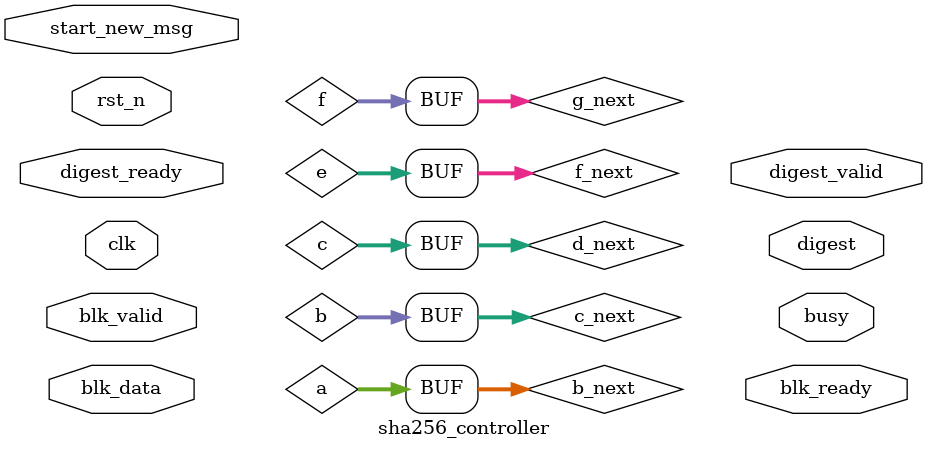
<source format=v>
`default_nettype none
`include "sha256_funcs.v"


module sha256_controller(
  input  wire         clk,
  input  wire         rst_n,

  // Block input (pre-padded 512b)
  input  wire         blk_valid,
  output wire         blk_ready,
  input  wire [511:0] blk_data,
  input  wire         start_new_msg,  // reinit H to IV at message start

  // Digest output (asserted after last block processed)
  output reg          digest_valid,
  input  wire         digest_ready,
  output reg  [255:0] digest,

  // Status
  output reg          busy
);

    // Hash Setup
    localparam H0_0 = 32'h6a09e667;
    localparam H1_0 = 32'hbb67ae85;
    localparam H2_0 = 32'h3c6ef372;
    localparam H3_0 = 32'ha54ff53a;
    localparam H4_0 = 32'h510e527f;
    localparam H5_0 = 32'h9b05688c;
    localparam H6_0 = 32'h1f83d9ab;
    localparam H7_0 = 32'h5be0cd19;
    reg [31:0] H [7:0];
    wire [31:0] H_next [7:0];

    reg[31:0] a, b, c, d, e, f, g, h;
    wire[31:0] a_next, b_next, c_next, d_next, e_next, f_next, g_next, h_next;

    initial begin
      H[0] = H0_0;  H[1] = H1_0;   H[2] = H2_0;   H[3] = H3_0;
      H[4] = H4_0;  H[5] = H5_0;   H[6] = H6_0;   H[7] = H7_0;

      a = H0_0;  b = H1_0;   c = H2_0;   d = H3_0;
      e = H4_0;  f = H5_0;   g = H6_0;   h = H7_0;
    end


    // Reg Setup:
    
    wire [31:0] T1, T2;
    reg [7:0] t;


    // WORD SETUP ----------------------------------------
    reg [2047:0] W;
    wire [31:0] 
      W_t, 
      W_t_next,
      W_t_minus_2, 
      W_t_minus_7, 
      W_t_minus_15, 
      W_t_minus_16;

    // Function Setup
    wire [31:0]sigma1_t_minus_2;
    sha256_funcs sigma1(
      .x (32'h0),
      .y (W_t_minus_2),
      .z (32'h0),
      .Ch (),
      .Maj (),
      .Sigma0 (),
      .Sigma1 (),
      .sigma0 (),
      .sigma1 (sigma1_t_minus_2)
    );
    
    wire [31:0]sigma0_t_minus_15;
    sha256_funcs sigma0(
      .x (W_t_minus_15),
      .y (32'h0),
      .z (32'h0),
      .Ch (),
      .Maj (),
      .Sigma0 (),
      .Sigma1 (),
      .sigma0 (sigma0_t_minus_15),
      .sigma1 ()
    );

    wire [31:0]Sigma1_e;
    sha256_funcs Sigma1(
      .x (e),
      .y (32'h0),
      .z (32'h0),
      .Ch (),
      .Maj (),
      .Sigma0 (),
      .Sigma1 (Sigma1_e),
      .sigma0 (),
      .sigma1 ()
    );

    wire [31:0]Sigma0_a;
    sha256_funcs Sigma0(
      .x (a),
      .y (32'h0),
      .z (32'h0),
      .Ch (),
      .Maj (),
      .Sigma0 (Sigma0_a),
      .Sigma1 (),
      .sigma0 (),
      .sigma1 ()
    );

    wire [31:0]Ch_e_f_g;
    sha256_funcs Ch(
      .x (e),
      .y (f),
      .z (g),
      .Ch (Ch_e_f_g),
      .Maj (),
      .Sigma0 (),
      .Sigma1 (),
      .sigma0 (),
      .sigma1 ()
    );

    wire [31:0]Maj_a_b_c;
    sha256_funcs Maj(
      .x (a),
      .y (b),
      .z (c),
      .Ch (),
      .Maj (Maj_a_b_c),
      .Sigma0 (),
      .Sigma1 (),
      .sigma0 (),
      .sigma1 ()
    );
    // ----------------------------------------------------


    /* =================================================================
       =============================== FSM ============================= 
       ================================================================= */ 

    // next state logic
    assign W_t_next = sigma1_t_minus_2 + W_t_minus_7 + sigma0_t_minus_15 + W_t_minus_16;

    wire [31:0] k_t;  // how do i calculate k?
    assign T1 = h + Sigma1_e + Ch_e_f_g + k_t + W[(32*t) +: 32];
    assign T2 = Sigma0_a + Maj_a_b_c;
    assign h_next = g;
    assign g_next = f;
    assign f_next = e;
    assign e_next = d + T1;
    assign d_next = c;
    assign c_next = b;
    assign b_next = a;
    assign a_next = T1 + T2;

    assign H_next[0] = a + H[0];
    assign H_next[1] = b + H[1];
    assign H_next[2] = c + H[2];
    assign H_next[3] = d + H[3];
    assign H_next[4] = e + H[4];
    assign H_next[5] = f + H[5];
    assign H_next[6] = g + H[6];
    assign H_next[7] = h + H[7];
    


    // state update
    always@(posedge clk, negedge rst_n) begin
      if (!rst_n) begin
        t <= 8'd0;
        // reset  conditions
      end else  begin


        // Word Assigning -------------
        if (t < 8'd16) begin
          W[(t*32) +: 32] <= blk_data[(t*32) +: 32];
        end else  begin
          W[(t*32) +: 32] <= W_t_next;
        end

        // Letter Updates -------------
        a <= a_next;
        b <= b_next;
        c <= c_next;
        d <= d_next;
        e <= e_next;
        f <= f_next;
        g <= g_next;
        h <= h_next;

        // Hash Value Update ----------
        H[0] = H_next[0];
        H[1] = H_next[1];
        H[2] = H_next[2];
        H[3] = H_next[3];
        H[4] = H_next[4];
        H[5] = H_next[5];
        H[6] = H_next[6];
        H[7] = H_next[7];

        // Increment t ----------------
        t <= t + 1;

      end

    end

    // assignments



endmodule
</source>
